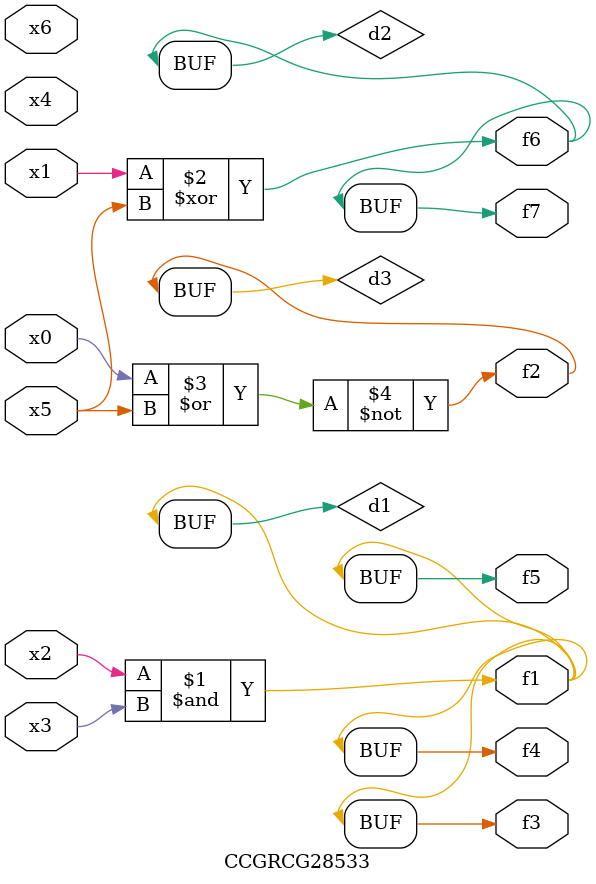
<source format=v>
module CCGRCG28533(
	input x0, x1, x2, x3, x4, x5, x6,
	output f1, f2, f3, f4, f5, f6, f7
);

	wire d1, d2, d3;

	and (d1, x2, x3);
	xor (d2, x1, x5);
	nor (d3, x0, x5);
	assign f1 = d1;
	assign f2 = d3;
	assign f3 = d1;
	assign f4 = d1;
	assign f5 = d1;
	assign f6 = d2;
	assign f7 = d2;
endmodule

</source>
